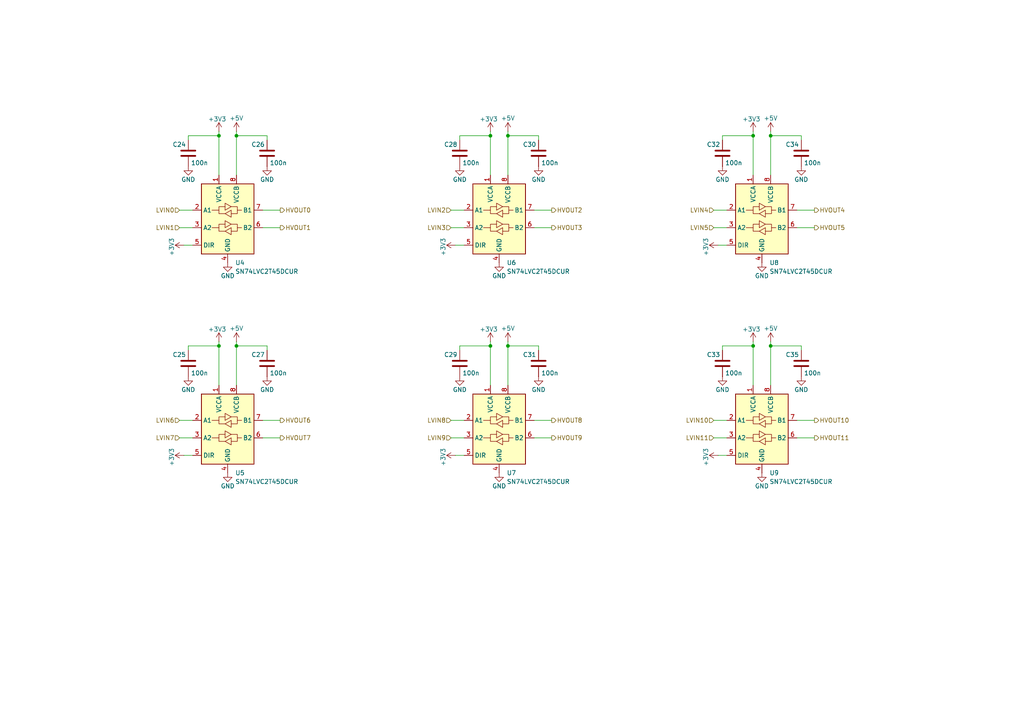
<source format=kicad_sch>
(kicad_sch (version 20231120) (generator "eeschema") (generator_version "8.0")
  (paper "A4")
  (lib_symbols
    (symbol "Device:C" (pin_numbers hide) (pin_names (offset 0.254))
      (property "Reference" "C" (at 0.635 2.54 0))
      (property "Value" "C" (at 0.635 -2.54 0))
      (symbol "C_0_1"
        (polyline (pts (xy -2.032 -0.762) (xy 2.032 -0.762)) (stroke (width 0.508)))
        (polyline (pts (xy -2.032 0.762) (xy 2.032 0.762)) (stroke (width 0.508)))
      )
      (symbol "C_1_1"
        (pin passive line (at 0 3.81 270) (length 2.794) (name "~") (number "1"))
        (pin passive line (at 0 -3.81 90) (length 2.794) (name "~") (number "2"))
      )
    )
    (symbol "Logic_LevelTranslator:SN74LVC2T45DCUR"
      (property "Reference" "U" (at -6.35 11.43 0))
      (property "Value" "SN74LVC2T45DCUR" (at 3.81 11.43 0))
      (symbol "SN74LVC2T45DCUR_0_1"
        (rectangle (start -7.62 10.16) (end 7.62 -10.16) (stroke (width 0.254)) (fill (type background)))
        (polyline (pts (xy -2.54 2.54) (xy -2.54 3.556) (xy -0.762 3.556)))
        (polyline (pts (xy 2.794 2.54) (xy 2.794 1.524) (xy 1.016 1.524)))
        (polyline (pts (xy -0.762 1.524) (xy -2.54 1.524) (xy -2.54 2.54) (xy -4.572 2.54)))
        (polyline (pts (xy -0.762 2.54) (xy -0.762 4.572) (xy 1.016 3.556) (xy -0.762 2.54)))
        (polyline (pts (xy 1.016 3.556) (xy 2.794 3.556) (xy 2.794 2.54) (xy 4.064 2.54)))
        (polyline (pts (xy 1.016 2.54) (xy 1.016 0.762) (xy 1.016 0.508) (xy -0.762 1.524) (xy 1.016 2.54)))
      )
      (symbol "SN74LVC2T45DCUR_1_1"
        (polyline (pts (xy -2.54 -2.54) (xy -2.54 -1.524) (xy -0.762 -1.524)))
        (polyline (pts (xy 2.794 -2.54) (xy 2.794 -3.556) (xy 1.016 -3.556)))
        (polyline (pts (xy -0.762 -3.556) (xy -2.54 -3.556) (xy -2.54 -2.54) (xy -4.572 -2.54)))
        (polyline (pts (xy -0.762 -2.54) (xy -0.762 -0.508) (xy 1.016 -1.524) (xy -0.762 -2.54)))
        (polyline (pts (xy 1.016 -1.524) (xy 2.794 -1.524) (xy 2.794 -2.54) (xy 4.064 -2.54)))
        (polyline (pts (xy 1.016 -2.54) (xy 1.016 -4.318) (xy 1.016 -4.572) (xy -0.762 -3.556) (xy 1.016 -2.54)))
        (pin power_in line (at -2.54 12.7 270) (length 2.54) (name "VCCA") (number "1"))
        (pin bidirectional line (at -10.16 2.54 0) (length 2.54) (name "A1") (number "2"))
        (pin bidirectional line (at -10.16 -2.54 0) (length 2.54) (name "A2") (number "3"))
        (pin power_in line (at 0 -12.7 90) (length 2.54) (name "GND") (number "4"))
        (pin input line (at -10.16 -7.62 0) (length 2.54) (name "DIR") (number "5"))
        (pin bidirectional line (at 10.16 -2.54 180) (length 2.54) (name "B2") (number "6"))
        (pin bidirectional line (at 10.16 2.54 180) (length 2.54) (name "B1") (number "7"))
        (pin power_in line (at 2.54 12.7 270) (length 2.54) (name "VCCB") (number "8"))
      )
    )
    (symbol "power:+3V3" (power) (pin_numbers hide) (pin_names (offset 0) hide)
      (property "Value" "+3V3" (at 0 3.556 0))
      (symbol "+3V3_0_1"
        (polyline (pts (xy -0.762 1.27) (xy 0 2.54)))
        (polyline (pts (xy 0 0) (xy 0 2.54)))
        (polyline (pts (xy 0 2.54) (xy 0.762 1.27)))
      )
      (symbol "+3V3_1_1"
        (pin power_in line (at 0 0 90) (length 0) (name "~") (number "1"))
      )
    )
    (symbol "power:+5V" (power) (pin_numbers hide) (pin_names (offset 0) hide)
      (property "Value" "+5V" (at 0 3.556 0))
      (symbol "+5V_0_1"
        (polyline (pts (xy -0.762 1.27) (xy 0 2.54)))
        (polyline (pts (xy 0 0) (xy 0 2.54)))
        (polyline (pts (xy 0 2.54) (xy 0.762 1.27)))
      )
      (symbol "+5V_1_1"
        (pin power_in line (at 0 0 90) (length 0) (name "~") (number "1"))
      )
    )
    (symbol "power:GND" (power) (pin_numbers hide) (pin_names (offset 0) hide)
      (property "Value" "GND" (at 0 -3.81 0))
      (symbol "GND_0_1"
        (polyline (pts (xy 0 0) (xy 0 -1.27) (xy 1.27 -1.27) (xy 0 -2.54) (xy -1.27 -1.27) (xy 0 -1.27)))
      )
      (symbol "GND_1_1"
        (pin power_in line (at 0 0 270) (length 0) (name "~") (number "1"))
      )
    )
  )
  (junction (at 142.24 39.37))
  (junction (at 147.32 100.33))
  (junction (at 68.58 39.37))
  (junction (at 63.5 100.33))
  (junction (at 147.32 39.37))
  (junction (at 68.58 100.33))
  (junction (at 142.24 100.33))
  (junction (at 223.52 39.37))
  (junction (at 63.5 39.37))
  (junction (at 218.44 39.37))
  (junction (at 218.44 100.33))
  (junction (at 223.52 100.33))
  (wire (pts (xy 130.81 127) (xy 134.62 127)))
  (wire (pts (xy 209.55 39.37) (xy 218.44 39.37)))
  (wire (pts (xy 209.55 101.6) (xy 209.55 100.33)))
  (wire (pts (xy 63.5 100.33) (xy 63.5 111.76)))
  (wire (pts (xy 54.61 39.37) (xy 63.5 39.37)))
  (wire (pts (xy 63.5 99.06) (xy 63.5 100.33)))
  (wire (pts (xy 77.47 101.6) (xy 77.47 100.33)))
  (wire (pts (xy 130.81 66.04) (xy 134.62 66.04)))
  (wire (pts (xy 218.44 39.37) (xy 218.44 50.8)))
  (wire (pts (xy 223.52 99.06) (xy 223.52 100.33)))
  (wire (pts (xy 142.24 99.06) (xy 142.24 100.33)))
  (wire (pts (xy 207.01 121.92) (xy 210.82 121.92)))
  (wire (pts (xy 130.81 121.92) (xy 134.62 121.92)))
  (wire (pts (xy 63.5 38.1) (xy 63.5 39.37)))
  (wire (pts (xy 76.2 60.96) (xy 81.28 60.96)))
  (wire (pts (xy 154.94 127) (xy 160.02 127)))
  (wire (pts (xy 68.58 100.33) (xy 68.58 111.76)))
  (wire (pts (xy 218.44 38.1) (xy 218.44 39.37)))
  (wire (pts (xy 156.21 100.33) (xy 147.32 100.33)))
  (wire (pts (xy 209.55 40.64) (xy 209.55 39.37)))
  (wire (pts (xy 68.58 38.1) (xy 68.58 39.37)))
  (wire (pts (xy 54.61 40.64) (xy 54.61 39.37)))
  (wire (pts (xy 223.52 100.33) (xy 223.52 111.76)))
  (wire (pts (xy 76.2 66.04) (xy 81.28 66.04)))
  (wire (pts (xy 53.34 71.12) (xy 55.88 71.12)))
  (wire (pts (xy 54.61 101.6) (xy 54.61 100.33)))
  (wire (pts (xy 76.2 127) (xy 81.28 127)))
  (wire (pts (xy 142.24 100.33) (xy 142.24 111.76)))
  (wire (pts (xy 52.07 66.04) (xy 55.88 66.04)))
  (wire (pts (xy 53.34 132.08) (xy 55.88 132.08)))
  (wire (pts (xy 132.08 132.08) (xy 134.62 132.08)))
  (wire (pts (xy 156.21 101.6) (xy 156.21 100.33)))
  (wire (pts (xy 208.28 71.12) (xy 210.82 71.12)))
  (wire (pts (xy 147.32 100.33) (xy 147.32 111.76)))
  (wire (pts (xy 231.14 121.92) (xy 236.22 121.92)))
  (wire (pts (xy 77.47 39.37) (xy 68.58 39.37)))
  (wire (pts (xy 147.32 99.06) (xy 147.32 100.33)))
  (wire (pts (xy 133.35 101.6) (xy 133.35 100.33)))
  (wire (pts (xy 77.47 100.33) (xy 68.58 100.33)))
  (wire (pts (xy 142.24 39.37) (xy 142.24 50.8)))
  (wire (pts (xy 130.81 60.96) (xy 134.62 60.96)))
  (wire (pts (xy 133.35 39.37) (xy 142.24 39.37)))
  (wire (pts (xy 77.47 40.64) (xy 77.47 39.37)))
  (wire (pts (xy 231.14 60.96) (xy 236.22 60.96)))
  (wire (pts (xy 142.24 38.1) (xy 142.24 39.37)))
  (wire (pts (xy 154.94 121.92) (xy 160.02 121.92)))
  (wire (pts (xy 231.14 127) (xy 236.22 127)))
  (wire (pts (xy 231.14 66.04) (xy 236.22 66.04)))
  (wire (pts (xy 156.21 39.37) (xy 147.32 39.37)))
  (wire (pts (xy 76.2 121.92) (xy 81.28 121.92)))
  (wire (pts (xy 218.44 99.06) (xy 218.44 100.33)))
  (wire (pts (xy 54.61 100.33) (xy 63.5 100.33)))
  (wire (pts (xy 154.94 60.96) (xy 160.02 60.96)))
  (wire (pts (xy 207.01 60.96) (xy 210.82 60.96)))
  (wire (pts (xy 52.07 60.96) (xy 55.88 60.96)))
  (wire (pts (xy 147.32 38.1) (xy 147.32 39.37)))
  (wire (pts (xy 232.41 40.64) (xy 232.41 39.37)))
  (wire (pts (xy 232.41 101.6) (xy 232.41 100.33)))
  (wire (pts (xy 209.55 100.33) (xy 218.44 100.33)))
  (wire (pts (xy 208.28 132.08) (xy 210.82 132.08)))
  (wire (pts (xy 52.07 127) (xy 55.88 127)))
  (wire (pts (xy 223.52 39.37) (xy 223.52 50.8)))
  (wire (pts (xy 207.01 66.04) (xy 210.82 66.04)))
  (wire (pts (xy 232.41 39.37) (xy 223.52 39.37)))
  (wire (pts (xy 207.01 127) (xy 210.82 127)))
  (wire (pts (xy 223.52 38.1) (xy 223.52 39.37)))
  (wire (pts (xy 154.94 66.04) (xy 160.02 66.04)))
  (wire (pts (xy 133.35 100.33) (xy 142.24 100.33)))
  (wire (pts (xy 218.44 100.33) (xy 218.44 111.76)))
  (wire (pts (xy 133.35 40.64) (xy 133.35 39.37)))
  (wire (pts (xy 68.58 99.06) (xy 68.58 100.33)))
  (wire (pts (xy 63.5 39.37) (xy 63.5 50.8)))
  (wire (pts (xy 156.21 40.64) (xy 156.21 39.37)))
  (wire (pts (xy 132.08 71.12) (xy 134.62 71.12)))
  (wire (pts (xy 52.07 121.92) (xy 55.88 121.92)))
  (wire (pts (xy 147.32 39.37) (xy 147.32 50.8)))
  (wire (pts (xy 68.58 39.37) (xy 68.58 50.8)))
  (wire (pts (xy 232.41 100.33) (xy 223.52 100.33)))
  (hierarchical_label "HVOUT4" (shape output) (at 236.22 60.96 0))
  (hierarchical_label "LVIN7" (shape input) (at 52.07 127 180))
  (hierarchical_label "LVIN8" (shape input) (at 130.81 121.92 180))
  (hierarchical_label "LVIN2" (shape input) (at 130.81 60.96 180))
  (hierarchical_label "LVIN3" (shape input) (at 130.81 66.04 180))
  (hierarchical_label "LVIN9" (shape input) (at 130.81 127 180))
  (hierarchical_label "HVOUT2" (shape output) (at 160.02 60.96 0))
  (hierarchical_label "LVIN10" (shape input) (at 207.01 121.92 180))
  (hierarchical_label "HVOUT8" (shape output) (at 160.02 121.92 0))
  (hierarchical_label "HVOUT5" (shape output) (at 236.22 66.04 0))
  (hierarchical_label "LVIN4" (shape input) (at 207.01 60.96 180))
  (hierarchical_label "HVOUT3" (shape output) (at 160.02 66.04 0))
  (hierarchical_label "LVIN5" (shape input) (at 207.01 66.04 180))
  (hierarchical_label "LVIN0" (shape input) (at 52.07 60.96 180))
  (hierarchical_label "HVOUT9" (shape output) (at 160.02 127 0))
  (hierarchical_label "HVOUT1" (shape output) (at 81.28 66.04 0))
  (hierarchical_label "LVIN1" (shape input) (at 52.07 66.04 180))
  (hierarchical_label "LVIN6" (shape input) (at 52.07 121.92 180))
  (hierarchical_label "LVIN11" (shape input) (at 207.01 127 180))
  (hierarchical_label "HVOUT6" (shape output) (at 81.28 121.92 0))
  (hierarchical_label "HVOUT7" (shape output) (at 81.28 127 0))
  (hierarchical_label "HVOUT11" (shape output) (at 236.22 127 0))
  (hierarchical_label "HVOUT0" (shape output) (at 81.28 60.96 0))
  (hierarchical_label "HVOUT10" (shape output) (at 236.22 121.92 0))
  (symbol (lib_id "power:GND") (at 209.55 48.26 0) (unit 1)
    (property "Reference" "#PWR082" (effects (hide yes)))
    (property "Value" "GND" (at 209.55 52.07 0))
    (property "Description" "Power symbol creates a global label with name \"GND\" , ground" (effects (hide yes)))
  )
  (symbol (lib_id "power:GND") (at 66.04 137.16 0) (unit 1)
    (property "Reference" "#PWR063" (effects (hide yes)))
    (property "Value" "GND" (at 66.04 140.97 0))
    (property "Description" "Power symbol creates a global label with name \"GND\" , ground" (effects (hide yes)))
  )
  (symbol (lib_id "Device:C") (at 232.41 105.41 0) (unit 1)
    (property "Reference" "C35" (at 227.838 102.87 0) (effects (justify left)))
    (property "Value" "100n" (at 233.172 108.204 0) (effects (justify left)))
    (property "Footprint" "Capacitor_SMD:C_0603_1608Metric" (effects (hide yes)))
    (property "Description" "Unpolarized capacitor" (effects (hide yes)))
  )
  (symbol (lib_id "power:+3V3") (at 53.34 71.12 90) (unit 1)
    (property "Reference" "#PWR056" (effects (hide yes)))
    (property "Value" "+3V3" (at 49.784 71.628 0))
    (property "Description" "Power symbol creates a global label with name \"+3V3\"" (effects (hide yes)))
  )
  (symbol (lib_id "power:GND") (at 77.47 48.26 0) (unit 1)
    (property "Reference" "#PWR066" (effects (hide yes)))
    (property "Value" "GND" (at 77.47 52.07 0))
    (property "Description" "Power symbol creates a global label with name \"GND\" , ground" (effects (hide yes)))
  )
  (symbol (lib_id "power:+3V3") (at 132.08 71.12 90) (unit 1)
    (property "Reference" "#PWR068" (effects (hide yes)))
    (property "Value" "+3V3" (at 128.524 71.628 0))
    (property "Description" "Power symbol creates a global label with name \"+3V3\"" (effects (hide yes)))
  )
  (symbol (lib_id "power:+3V3") (at 208.28 71.12 90) (unit 1)
    (property "Reference" "#PWR080" (effects (hide yes)))
    (property "Value" "+3V3" (at 204.724 71.628 0))
    (property "Description" "Power symbol creates a global label with name \"+3V3\"" (effects (hide yes)))
  )
  (symbol (lib_id "Logic_LevelTranslator:SN74LVC2T45DCUR") (at 144.78 63.5 0) (unit 1)
    (property "Reference" "U6" (at 146.9741 76.2 0) (effects (justify left)))
    (property "Value" "SN74LVC2T45DCUR" (at 146.9741 78.74 0) (effects (justify left)))
    (property "Footprint" "Package_SO:SSOP-8_2.95x2.8mm_P0.65mm" (effects (hide yes)))
    (property "Datasheet" "http://www.ti.com/lit/ds/symlink/sn74lvc2t45.pdf" (effects (hide yes)))
    (property "Description" "Dual-Bit Dual-Supply Bus Transceiver With Configurable Voltage Translation and 3-State Outputs, VSSOP-8" (effects (hide yes)))
  )
  (symbol (lib_id "Device:C") (at 54.61 44.45 0) (unit 1)
    (property "Reference" "C24" (at 50.038 41.91 0) (effects (justify left)))
    (property "Value" "100n" (at 55.372 47.244 0) (effects (justify left)))
    (property "Footprint" "Capacitor_SMD:C_0603_1608Metric" (effects (hide yes)))
    (property "Description" "Unpolarized capacitor" (effects (hide yes)))
  )
  (symbol (lib_id "Logic_LevelTranslator:SN74LVC2T45DCUR") (at 66.04 124.46 0) (unit 1)
    (property "Reference" "U5" (at 68.2341 137.16 0) (effects (justify left)))
    (property "Value" "SN74LVC2T45DCUR" (at 68.2341 139.7 0) (effects (justify left)))
    (property "Footprint" "Package_SO:SSOP-8_2.95x2.8mm_P0.65mm" (effects (hide yes)))
    (property "Datasheet" "http://www.ti.com/lit/ds/symlink/sn74lvc2t45.pdf" (effects (hide yes)))
    (property "Description" "Dual-Bit Dual-Supply Bus Transceiver With Configurable Voltage Translation and 3-State Outputs, VSSOP-8" (effects (hide yes)))
  )
  (symbol (lib_id "Device:C") (at 77.47 105.41 0) (unit 1)
    (property "Reference" "C27" (at 72.898 102.87 0) (effects (justify left)))
    (property "Value" "100n" (at 78.232 108.204 0) (effects (justify left)))
    (property "Footprint" "Capacitor_SMD:C_0603_1608Metric" (effects (hide yes)))
    (property "Description" "Unpolarized capacitor" (effects (hide yes)))
  )
  (symbol (lib_id "power:+5V") (at 68.58 99.06 0) (unit 1)
    (property "Reference" "#PWR065" (effects (hide yes)))
    (property "Value" "+5V" (at 68.58 95.25 0))
    (property "Description" "Power symbol creates a global label with name \"+5V\"" (effects (hide yes)))
  )
  (symbol (lib_id "power:GND") (at 220.98 76.2 0) (unit 1)
    (property "Reference" "#PWR086" (effects (hide yes)))
    (property "Value" "GND" (at 220.98 80.01 0))
    (property "Description" "Power symbol creates a global label with name \"GND\" , ground" (effects (hide yes)))
  )
  (symbol (lib_id "Device:C") (at 209.55 105.41 0) (unit 1)
    (property "Reference" "C33" (at 204.978 102.87 0) (effects (justify left)))
    (property "Value" "100n" (at 210.312 108.204 0) (effects (justify left)))
    (property "Footprint" "Capacitor_SMD:C_0603_1608Metric" (effects (hide yes)))
    (property "Description" "Unpolarized capacitor" (effects (hide yes)))
  )
  (symbol (lib_id "power:GND") (at 54.61 109.22 0) (unit 1)
    (property "Reference" "#PWR059" (effects (hide yes)))
    (property "Value" "GND" (at 54.61 113.03 0))
    (property "Description" "Power symbol creates a global label with name \"GND\" , ground" (effects (hide yes)))
  )
  (symbol (lib_id "power:+3V3") (at 208.28 132.08 90) (unit 1)
    (property "Reference" "#PWR081" (effects (hide yes)))
    (property "Value" "+3V3" (at 204.724 132.588 0))
    (property "Description" "Power symbol creates a global label with name \"+3V3\"" (effects (hide yes)))
  )
  (symbol (lib_id "Device:C") (at 77.47 44.45 0) (unit 1)
    (property "Reference" "C26" (at 72.898 41.91 0) (effects (justify left)))
    (property "Value" "100n" (at 78.232 47.244 0) (effects (justify left)))
    (property "Footprint" "Capacitor_SMD:C_0603_1608Metric" (effects (hide yes)))
    (property "Description" "Unpolarized capacitor" (effects (hide yes)))
  )
  (symbol (lib_id "power:GND") (at 156.21 48.26 0) (unit 1)
    (property "Reference" "#PWR078" (effects (hide yes)))
    (property "Value" "GND" (at 156.21 52.07 0))
    (property "Description" "Power symbol creates a global label with name \"GND\" , ground" (effects (hide yes)))
  )
  (symbol (lib_id "power:+5V") (at 68.58 38.1 0) (unit 1)
    (property "Reference" "#PWR064" (effects (hide yes)))
    (property "Value" "+5V" (at 68.58 34.29 0))
    (property "Description" "Power symbol creates a global label with name \"+5V\"" (effects (hide yes)))
  )
  (symbol (lib_id "power:GND") (at 54.61 48.26 0) (unit 1)
    (property "Reference" "#PWR058" (effects (hide yes)))
    (property "Value" "GND" (at 54.61 52.07 0))
    (property "Description" "Power symbol creates a global label with name \"GND\" , ground" (effects (hide yes)))
  )
  (symbol (lib_id "power:+3V3") (at 142.24 99.06 0) (unit 1)
    (property "Reference" "#PWR073" (effects (hide yes)))
    (property "Value" "+3V3" (at 141.732 95.504 0))
    (property "Description" "Power symbol creates a global label with name \"+3V3\"" (effects (hide yes)))
  )
  (symbol (lib_id "power:GND") (at 77.47 109.22 0) (unit 1)
    (property "Reference" "#PWR067" (effects (hide yes)))
    (property "Value" "GND" (at 77.47 113.03 0))
    (property "Description" "Power symbol creates a global label with name \"GND\" , ground" (effects (hide yes)))
  )
  (symbol (lib_id "Logic_LevelTranslator:SN74LVC2T45DCUR") (at 144.78 124.46 0) (unit 1)
    (property "Reference" "U7" (at 146.9741 137.16 0) (effects (justify left)))
    (property "Value" "SN74LVC2T45DCUR" (at 146.9741 139.7 0) (effects (justify left)))
    (property "Footprint" "Package_SO:SSOP-8_2.95x2.8mm_P0.65mm" (effects (hide yes)))
    (property "Datasheet" "http://www.ti.com/lit/ds/symlink/sn74lvc2t45.pdf" (effects (hide yes)))
    (property "Description" "Dual-Bit Dual-Supply Bus Transceiver With Configurable Voltage Translation and 3-State Outputs, VSSOP-8" (effects (hide yes)))
  )
  (symbol (lib_id "power:+3V3") (at 142.24 38.1 0) (unit 1)
    (property "Reference" "#PWR072" (effects (hide yes)))
    (property "Value" "+3V3" (at 141.732 34.544 0))
    (property "Description" "Power symbol creates a global label with name \"+3V3\"" (effects (hide yes)))
  )
  (symbol (lib_id "power:+5V") (at 223.52 38.1 0) (unit 1)
    (property "Reference" "#PWR088" (effects (hide yes)))
    (property "Value" "+5V" (at 223.52 34.29 0))
    (property "Description" "Power symbol creates a global label with name \"+5V\"" (effects (hide yes)))
  )
  (symbol (lib_id "power:GND") (at 220.98 137.16 0) (unit 1)
    (property "Reference" "#PWR087" (effects (hide yes)))
    (property "Value" "GND" (at 220.98 140.97 0))
    (property "Description" "Power symbol creates a global label with name \"GND\" , ground" (effects (hide yes)))
  )
  (symbol (lib_id "power:+3V3") (at 218.44 38.1 0) (unit 1)
    (property "Reference" "#PWR084" (effects (hide yes)))
    (property "Value" "+3V3" (at 217.932 34.544 0))
    (property "Description" "Power symbol creates a global label with name \"+3V3\"" (effects (hide yes)))
  )
  (symbol (lib_id "Logic_LevelTranslator:SN74LVC2T45DCUR") (at 220.98 124.46 0) (unit 1)
    (property "Reference" "U9" (at 223.1741 137.16 0) (effects (justify left)))
    (property "Value" "SN74LVC2T45DCUR" (at 223.1741 139.7 0) (effects (justify left)))
    (property "Footprint" "Package_SO:SSOP-8_2.95x2.8mm_P0.65mm" (effects (hide yes)))
    (property "Datasheet" "http://www.ti.com/lit/ds/symlink/sn74lvc2t45.pdf" (effects (hide yes)))
    (property "Description" "Dual-Bit Dual-Supply Bus Transceiver With Configurable Voltage Translation and 3-State Outputs, VSSOP-8" (effects (hide yes)))
  )
  (symbol (lib_id "power:GND") (at 66.04 76.2 0) (unit 1)
    (property "Reference" "#PWR062" (effects (hide yes)))
    (property "Value" "GND" (at 66.04 80.01 0))
    (property "Description" "Power symbol creates a global label with name \"GND\" , ground" (effects (hide yes)))
  )
  (symbol (lib_id "Device:C") (at 133.35 44.45 0) (unit 1)
    (property "Reference" "C28" (at 128.778 41.91 0) (effects (justify left)))
    (property "Value" "100n" (at 134.112 47.244 0) (effects (justify left)))
    (property "Footprint" "Capacitor_SMD:C_0603_1608Metric" (effects (hide yes)))
    (property "Description" "Unpolarized capacitor" (effects (hide yes)))
  )
  (symbol (lib_id "power:+5V") (at 147.32 38.1 0) (unit 1)
    (property "Reference" "#PWR076" (effects (hide yes)))
    (property "Value" "+5V" (at 147.32 34.29 0))
    (property "Description" "Power symbol creates a global label with name \"+5V\"" (effects (hide yes)))
  )
  (symbol (lib_id "power:+3V3") (at 63.5 99.06 0) (unit 1)
    (property "Reference" "#PWR061" (effects (hide yes)))
    (property "Value" "+3V3" (at 62.992 95.504 0))
    (property "Description" "Power symbol creates a global label with name \"+3V3\"" (effects (hide yes)))
  )
  (symbol (lib_id "power:GND") (at 133.35 109.22 0) (unit 1)
    (property "Reference" "#PWR071" (effects (hide yes)))
    (property "Value" "GND" (at 133.35 113.03 0))
    (property "Description" "Power symbol creates a global label with name \"GND\" , ground" (effects (hide yes)))
  )
  (symbol (lib_id "power:+3V3") (at 63.5 38.1 0) (unit 1)
    (property "Reference" "#PWR060" (effects (hide yes)))
    (property "Value" "+3V3" (at 62.992 34.544 0))
    (property "Description" "Power symbol creates a global label with name \"+3V3\"" (effects (hide yes)))
  )
  (symbol (lib_id "Device:C") (at 156.21 44.45 0) (unit 1)
    (property "Reference" "C30" (at 151.638 41.91 0) (effects (justify left)))
    (property "Value" "100n" (at 156.972 47.244 0) (effects (justify left)))
    (property "Footprint" "Capacitor_SMD:C_0603_1608Metric" (effects (hide yes)))
    (property "Description" "Unpolarized capacitor" (effects (hide yes)))
  )
  (symbol (lib_id "Device:C") (at 209.55 44.45 0) (unit 1)
    (property "Reference" "C32" (at 204.978 41.91 0) (effects (justify left)))
    (property "Value" "100n" (at 210.312 47.244 0) (effects (justify left)))
    (property "Footprint" "Capacitor_SMD:C_0603_1608Metric" (effects (hide yes)))
    (property "Description" "Unpolarized capacitor" (effects (hide yes)))
  )
  (symbol (lib_id "Logic_LevelTranslator:SN74LVC2T45DCUR") (at 220.98 63.5 0) (unit 1)
    (property "Reference" "U8" (at 223.1741 76.2 0) (effects (justify left)))
    (property "Value" "SN74LVC2T45DCUR" (at 223.1741 78.74 0) (effects (justify left)))
    (property "Footprint" "Package_SO:SSOP-8_2.95x2.8mm_P0.65mm" (effects (hide yes)))
    (property "Datasheet" "http://www.ti.com/lit/ds/symlink/sn74lvc2t45.pdf" (effects (hide yes)))
    (property "Description" "Dual-Bit Dual-Supply Bus Transceiver With Configurable Voltage Translation and 3-State Outputs, VSSOP-8" (effects (hide yes)))
  )
  (symbol (lib_id "power:+5V") (at 223.52 99.06 0) (unit 1)
    (property "Reference" "#PWR089" (effects (hide yes)))
    (property "Value" "+5V" (at 223.52 95.25 0))
    (property "Description" "Power symbol creates a global label with name \"+5V\"" (effects (hide yes)))
  )
  (symbol (lib_id "power:GND") (at 209.55 109.22 0) (unit 1)
    (property "Reference" "#PWR083" (effects (hide yes)))
    (property "Value" "GND" (at 209.55 113.03 0))
    (property "Description" "Power symbol creates a global label with name \"GND\" , ground" (effects (hide yes)))
  )
  (symbol (lib_id "power:GND") (at 133.35 48.26 0) (unit 1)
    (property "Reference" "#PWR070" (effects (hide yes)))
    (property "Value" "GND" (at 133.35 52.07 0))
    (property "Description" "Power symbol creates a global label with name \"GND\" , ground" (effects (hide yes)))
  )
  (symbol (lib_id "Device:C") (at 156.21 105.41 0) (unit 1)
    (property "Reference" "C31" (at 151.638 102.87 0) (effects (justify left)))
    (property "Value" "100n" (at 156.972 108.204 0) (effects (justify left)))
    (property "Footprint" "Capacitor_SMD:C_0603_1608Metric" (effects (hide yes)))
    (property "Description" "Unpolarized capacitor" (effects (hide yes)))
  )
  (symbol (lib_id "power:GND") (at 232.41 109.22 0) (unit 1)
    (property "Reference" "#PWR091" (effects (hide yes)))
    (property "Value" "GND" (at 232.41 113.03 0))
    (property "Description" "Power symbol creates a global label with name \"GND\" , ground" (effects (hide yes)))
  )
  (symbol (lib_id "power:GND") (at 144.78 137.16 0) (unit 1)
    (property "Reference" "#PWR075" (effects (hide yes)))
    (property "Value" "GND" (at 144.78 140.97 0))
    (property "Description" "Power symbol creates a global label with name \"GND\" , ground" (effects (hide yes)))
  )
  (symbol (lib_id "Logic_LevelTranslator:SN74LVC2T45DCUR") (at 66.04 63.5 0) (unit 1)
    (property "Reference" "U4" (at 68.2341 76.2 0) (effects (justify left)))
    (property "Value" "SN74LVC2T45DCUR" (at 68.2341 78.74 0) (effects (justify left)))
    (property "Footprint" "Package_SO:SSOP-8_2.95x2.8mm_P0.65mm" (effects (hide yes)))
    (property "Datasheet" "http://www.ti.com/lit/ds/symlink/sn74lvc2t45.pdf" (effects (hide yes)))
    (property "Description" "Dual-Bit Dual-Supply Bus Transceiver With Configurable Voltage Translation and 3-State Outputs, VSSOP-8" (effects (hide yes)))
  )
  (symbol (lib_id "power:+3V3") (at 53.34 132.08 90) (unit 1)
    (property "Reference" "#PWR057" (effects (hide yes)))
    (property "Value" "+3V3" (at 49.784 132.588 0))
    (property "Description" "Power symbol creates a global label with name \"+3V3\"" (effects (hide yes)))
  )
  (symbol (lib_id "power:+5V") (at 147.32 99.06 0) (unit 1)
    (property "Reference" "#PWR077" (effects (hide yes)))
    (property "Value" "+5V" (at 147.32 95.25 0))
    (property "Description" "Power symbol creates a global label with name \"+5V\"" (effects (hide yes)))
  )
  (symbol (lib_id "power:GND") (at 156.21 109.22 0) (unit 1)
    (property "Reference" "#PWR079" (effects (hide yes)))
    (property "Value" "GND" (at 156.21 113.03 0))
    (property "Description" "Power symbol creates a global label with name \"GND\" , ground" (effects (hide yes)))
  )
  (symbol (lib_id "Device:C") (at 133.35 105.41 0) (unit 1)
    (property "Reference" "C29" (at 128.778 102.87 0) (effects (justify left)))
    (property "Value" "100n" (at 134.112 108.204 0) (effects (justify left)))
    (property "Footprint" "Capacitor_SMD:C_0603_1608Metric" (effects (hide yes)))
    (property "Description" "Unpolarized capacitor" (effects (hide yes)))
  )
  (symbol (lib_id "Device:C") (at 54.61 105.41 0) (unit 1)
    (property "Reference" "C25" (at 50.038 102.87 0) (effects (justify left)))
    (property "Value" "100n" (at 55.372 108.204 0) (effects (justify left)))
    (property "Footprint" "Capacitor_SMD:C_0603_1608Metric" (effects (hide yes)))
    (property "Description" "Unpolarized capacitor" (effects (hide yes)))
  )
  (symbol (lib_id "power:GND") (at 232.41 48.26 0) (unit 1)
    (property "Reference" "#PWR090" (effects (hide yes)))
    (property "Value" "GND" (at 232.41 52.07 0))
    (property "Description" "Power symbol creates a global label with name \"GND\" , ground" (effects (hide yes)))
  )
  (symbol (lib_id "power:GND") (at 144.78 76.2 0) (unit 1)
    (property "Reference" "#PWR074" (effects (hide yes)))
    (property "Value" "GND" (at 144.78 80.01 0))
    (property "Description" "Power symbol creates a global label with name \"GND\" , ground" (effects (hide yes)))
  )
  (symbol (lib_id "power:+3V3") (at 218.44 99.06 0) (unit 1)
    (property "Reference" "#PWR085" (effects (hide yes)))
    (property "Value" "+3V3" (at 217.932 95.504 0))
    (property "Description" "Power symbol creates a global label with name \"+3V3\"" (effects (hide yes)))
  )
  (symbol (lib_id "power:+3V3") (at 132.08 132.08 90) (unit 1)
    (property "Reference" "#PWR069" (effects (hide yes)))
    (property "Value" "+3V3" (at 128.524 132.588 0))
    (property "Description" "Power symbol creates a global label with name \"+3V3\"" (effects (hide yes)))
  )
  (symbol (lib_id "Device:C") (at 232.41 44.45 0) (unit 1)
    (property "Reference" "C34" (at 227.838 41.91 0) (effects (justify left)))
    (property "Value" "100n" (at 233.172 47.244 0) (effects (justify left)))
    (property "Footprint" "Capacitor_SMD:C_0603_1608Metric" (effects (hide yes)))
    (property "Description" "Unpolarized capacitor" (effects (hide yes)))
  )
)
</source>
